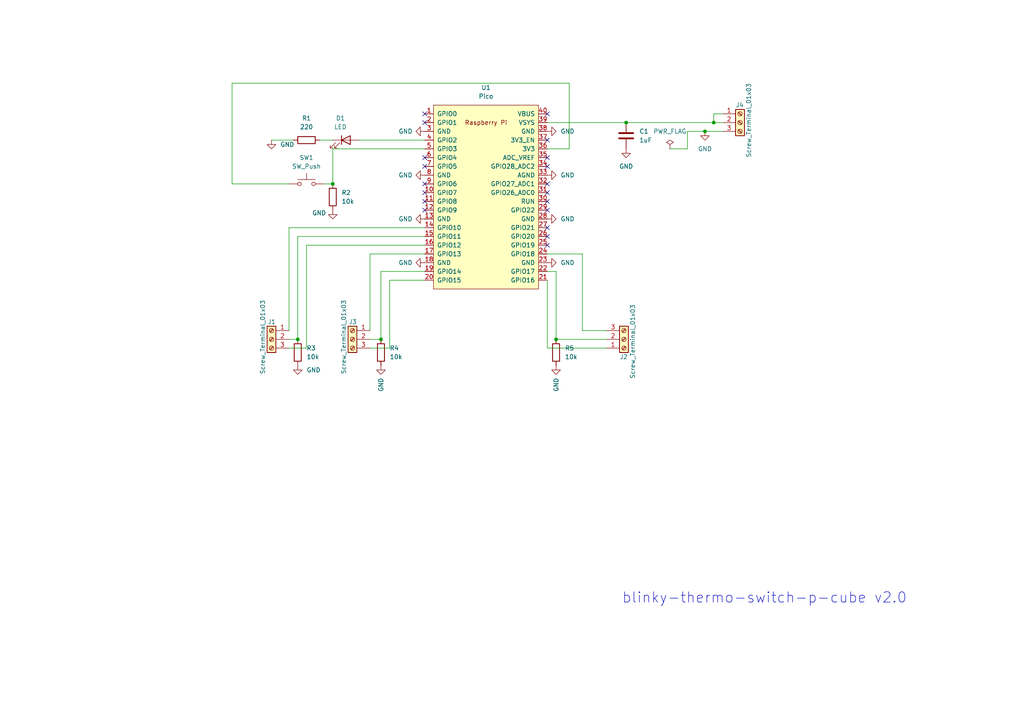
<source format=kicad_sch>
(kicad_sch (version 20230121) (generator eeschema)
  (paper "A4")
  (lib_symbols
    (symbol "Connector:Screw_Terminal_01x03" (pin_names (offset 1.016) hide)
      (property "Reference" "J" (at 0 5.08 0))
      (property "Value" "Screw_Terminal_01x03" (at 0 -5.08 0))
      (symbol "Screw_Terminal_01x03_1_1"
        (rectangle (start -1.27 3.81) (end 1.27 -3.81) (stroke (width 0.254)) (fill (type background)))
        (circle (center 0 -2.54) (radius 0.635) (stroke (width 0.1524)))
        (polyline (pts (xy -0.5334 -2.2098) (xy 0.3302 -3.048)) (stroke (width 0.1524)))
        (polyline (pts (xy -0.5334 0.3302) (xy 0.3302 -0.508)) (stroke (width 0.1524)))
        (polyline (pts (xy -0.5334 2.8702) (xy 0.3302 2.032)) (stroke (width 0.1524)))
        (polyline (pts (xy -0.3556 -2.032) (xy 0.508 -2.8702)) (stroke (width 0.1524)))
        (polyline (pts (xy -0.3556 0.508) (xy 0.508 -0.3302)) (stroke (width 0.1524)))
        (polyline (pts (xy -0.3556 3.048) (xy 0.508 2.2098)) (stroke (width 0.1524)))
        (circle (center 0 0) (radius 0.635) (stroke (width 0.1524)))
        (circle (center 0 2.54) (radius 0.635) (stroke (width 0.1524)))
        (pin passive line (at -5.08 2.54 0) (length 3.81) (name "Pin_1") (number "1"))
        (pin passive line (at -5.08 0 0) (length 3.81) (name "Pin_2") (number "2"))
        (pin passive line (at -5.08 -2.54 0) (length 3.81) (name "Pin_3") (number "3"))
      )
    )
    (symbol "Device:C" (pin_numbers hide) (pin_names (offset 0.254))
      (property "Reference" "C" (at 0.635 2.54 0))
      (property "Value" "C" (at 0.635 -2.54 0))
      (symbol "C_0_1"
        (polyline (pts (xy -2.032 -0.762) (xy 2.032 -0.762)) (stroke (width 0.508)))
        (polyline (pts (xy -2.032 0.762) (xy 2.032 0.762)) (stroke (width 0.508)))
      )
      (symbol "C_1_1"
        (pin passive line (at 0 3.81 270) (length 2.794) (name "~") (number "1"))
        (pin passive line (at 0 -3.81 90) (length 2.794) (name "~") (number "2"))
      )
    )
    (symbol "Device:LED" (pin_numbers hide) (pin_names (offset 1.016) hide)
      (property "Reference" "D" (at 0 2.54 0))
      (property "Value" "LED" (at 0 -2.54 0))
      (symbol "LED_0_1"
        (polyline (pts (xy -1.27 -1.27) (xy -1.27 1.27)) (stroke (width 0.254)))
        (polyline (pts (xy -1.27 0) (xy 1.27 0)))
        (polyline (pts (xy 1.27 -1.27) (xy 1.27 1.27) (xy -1.27 0) (xy 1.27 -1.27)) (stroke (width 0.254)))
        (polyline (pts (xy -3.048 -0.762) (xy -4.572 -2.286) (xy -3.81 -2.286) (xy -4.572 -2.286) (xy -4.572 -1.524)))
        (polyline (pts (xy -1.778 -0.762) (xy -3.302 -2.286) (xy -2.54 -2.286) (xy -3.302 -2.286) (xy -3.302 -1.524)))
      )
      (symbol "LED_1_1"
        (pin passive line (at -3.81 0 0) (length 2.54) (name "K") (number "1"))
        (pin passive line (at 3.81 0 180) (length 2.54) (name "A") (number "2"))
      )
    )
    (symbol "Device:R" (pin_numbers hide) (pin_names (offset 0))
      (property "Reference" "R" (at 2.032 0 90))
      (property "Value" "R" (at 0 0 90))
      (symbol "R_0_1"
        (rectangle (start -1.016 -2.54) (end 1.016 2.54) (stroke (width 0.254)))
      )
      (symbol "R_1_1"
        (pin passive line (at 0 3.81 270) (length 1.27) (name "~") (number "1"))
        (pin passive line (at 0 -3.81 90) (length 1.27) (name "~") (number "2"))
      )
    )
    (symbol "GND_1" (power) (pin_names (offset 0))
      (property "Value" "GND_1" (at 0 -3.81 0))
      (symbol "GND_1_0_1"
        (polyline (pts (xy 0 0) (xy 0 -1.27) (xy 1.27 -1.27) (xy 0 -2.54) (xy -1.27 -1.27) (xy 0 -1.27)))
      )
      (symbol "GND_1_1_1"
        (pin power_in line (at 0 0 270) (length 0) hide (name "GND") (number "1"))
      )
    )
    (symbol "MCU_RaspberryPi_and_Boards:Pico" (pin_names (offset 1.016))
      (property "Reference" "U1" (at 0 31.75 0))
      (property "Value" "Pico" (at 0 29.21 0))
      (symbol "Pico_0_0"
        (text "Raspberry Pi" (at 0 21.59 0) (effects (font (size 1.27 1.27))))
      )
      (symbol "Pico_0_1"
        (rectangle (start -15.24 26.67) (end 15.24 -26.67) (fill (type background)))
      )
      (symbol "Pico_1_1"
        (pin bidirectional line (at -17.78 24.13 0) (length 2.54) (name "GPIO0") (number "1"))
        (pin bidirectional line (at -17.78 1.27 0) (length 2.54) (name "GPIO7") (number "10"))
        (pin bidirectional line (at -17.78 -1.27 0) (length 2.54) (name "GPIO8") (number "11"))
        (pin bidirectional line (at -17.78 -3.81 0) (length 2.54) (name "GPIO9") (number "12"))
        (pin power_in line (at -17.78 -6.35 0) (length 2.54) (name "GND") (number "13"))
        (pin bidirectional line (at -17.78 -8.89 0) (length 2.54) (name "GPIO10") (number "14"))
        (pin bidirectional line (at -17.78 -11.43 0) (length 2.54) (name "GPIO11") (number "15"))
        (pin bidirectional line (at -17.78 -13.97 0) (length 2.54) (name "GPIO12") (number "16"))
        (pin bidirectional line (at -17.78 -16.51 0) (length 2.54) (name "GPIO13") (number "17"))
        (pin power_in line (at -17.78 -19.05 0) (length 2.54) (name "GND") (number "18"))
        (pin bidirectional line (at -17.78 -21.59 0) (length 2.54) (name "GPIO14") (number "19"))
        (pin bidirectional line (at -17.78 21.59 0) (length 2.54) (name "GPIO1") (number "2"))
        (pin bidirectional line (at -17.78 -24.13 0) (length 2.54) (name "GPIO15") (number "20"))
        (pin bidirectional line (at 17.78 -24.13 180) (length 2.54) (name "GPIO16") (number "21"))
        (pin bidirectional line (at 17.78 -21.59 180) (length 2.54) (name "GPIO17") (number "22"))
        (pin power_in line (at 17.78 -19.05 180) (length 2.54) (name "GND") (number "23"))
        (pin bidirectional line (at 17.78 -16.51 180) (length 2.54) (name "GPIO18") (number "24"))
        (pin bidirectional line (at 17.78 -13.97 180) (length 2.54) (name "GPIO19") (number "25"))
        (pin bidirectional line (at 17.78 -11.43 180) (length 2.54) (name "GPIO20") (number "26"))
        (pin bidirectional line (at 17.78 -8.89 180) (length 2.54) (name "GPIO21") (number "27"))
        (pin power_in line (at 17.78 -6.35 180) (length 2.54) (name "GND") (number "28"))
        (pin bidirectional line (at 17.78 -3.81 180) (length 2.54) (name "GPIO22") (number "29"))
        (pin power_in line (at -17.78 19.05 0) (length 2.54) (name "GND") (number "3"))
        (pin input line (at 17.78 -1.27 180) (length 2.54) (name "RUN") (number "30"))
        (pin bidirectional line (at 17.78 1.27 180) (length 2.54) (name "GPIO26_ADC0") (number "31"))
        (pin bidirectional line (at 17.78 3.81 180) (length 2.54) (name "GPIO27_ADC1") (number "32"))
        (pin power_in line (at 17.78 6.35 180) (length 2.54) (name "AGND") (number "33"))
        (pin bidirectional line (at 17.78 8.89 180) (length 2.54) (name "GPIO28_ADC2") (number "34"))
        (pin input line (at 17.78 11.43 180) (length 2.54) (name "ADC_VREF") (number "35"))
        (pin output line (at 17.78 13.97 180) (length 2.54) (name "3V3") (number "36"))
        (pin input line (at 17.78 16.51 180) (length 2.54) (name "3V3_EN") (number "37"))
        (pin bidirectional line (at 17.78 19.05 180) (length 2.54) (name "GND") (number "38"))
        (pin output line (at 17.78 21.59 180) (length 2.54) (name "VSYS") (number "39"))
        (pin bidirectional line (at -17.78 16.51 0) (length 2.54) (name "GPIO2") (number "4"))
        (pin power_in line (at 17.78 24.13 180) (length 2.54) (name "VBUS") (number "40"))
        (pin bidirectional line (at -17.78 13.97 0) (length 2.54) (name "GPIO3") (number "5"))
        (pin bidirectional line (at -17.78 11.43 0) (length 2.54) (name "GPIO4") (number "6"))
        (pin bidirectional line (at -17.78 8.89 0) (length 2.54) (name "GPIO5") (number "7"))
        (pin power_in line (at -17.78 6.35 0) (length 2.54) (name "GND") (number "8"))
        (pin bidirectional line (at -17.78 3.81 0) (length 2.54) (name "GPIO6") (number "9"))
      )
    )
    (symbol "PWR_FLAG_1" (power) (pin_numbers hide) (pin_names (offset 0) hide)
      (property "Value" "PWR_FLAG_1" (at 0 3.81 0))
      (symbol "PWR_FLAG_1_0_0"
        (pin power_out line (at 0 0 90) (length 0) (name "pwr") (number "1"))
      )
      (symbol "PWR_FLAG_1_0_1"
        (polyline (pts (xy 0 0) (xy 0 1.27) (xy -1.016 1.905) (xy 0 2.54) (xy 1.016 1.905) (xy 0 1.27)))
      )
    )
    (symbol "Switch:SW_Push" (pin_numbers hide) (pin_names (offset 1.016) hide)
      (property "Reference" "SW" (at 1.27 2.54 0))
      (property "Value" "SW_Push" (at 0 -1.524 0))
      (symbol "SW_Push_0_1"
        (circle (center -2.032 0) (radius 0.508))
        (polyline (pts (xy 0 1.27) (xy 0 3.048)))
        (polyline (pts (xy 2.54 1.27) (xy -2.54 1.27)))
        (circle (center 2.032 0) (radius 0.508))
        (pin passive line (at -5.08 0 0) (length 2.54) (name "1") (number "1"))
        (pin passive line (at 5.08 0 180) (length 2.54) (name "2") (number "2"))
      )
    )
    (symbol "power:GND" (power) (pin_names (offset 0))
      (property "Value" "GND" (at 0 -3.81 0))
      (symbol "GND_0_1"
        (polyline (pts (xy 0 0) (xy 0 -1.27) (xy 1.27 -1.27) (xy 0 -2.54) (xy -1.27 -1.27) (xy 0 -1.27)))
      )
      (symbol "GND_1_1"
        (pin power_in line (at 0 0 270) (length 0) hide (name "GND") (number "1"))
      )
    )
  )
  (junction (at 96.52 53.34))
  (junction (at 110.49 98.425))
  (junction (at 207.01 35.56))
  (junction (at 161.29 98.425))
  (junction (at 204.47 38.1))
  (junction (at 181.61 35.56))
  (junction (at 86.36 98.425))
  (no_connect (at 123.19 33.02))
  (no_connect (at 158.75 55.88))
  (no_connect (at 158.75 53.34))
  (no_connect (at 158.75 60.96))
  (no_connect (at 123.19 45.72))
  (no_connect (at 158.75 33.02))
  (no_connect (at 158.75 45.72))
  (no_connect (at 158.75 58.42))
  (no_connect (at 123.19 48.26))
  (no_connect (at 158.75 66.04))
  (no_connect (at 123.19 55.88))
  (no_connect (at 123.19 53.34))
  (no_connect (at 123.19 58.42))
  (no_connect (at 158.75 48.26))
  (no_connect (at 123.19 60.96))
  (no_connect (at 158.75 71.12))
  (no_connect (at 123.19 35.56))
  (no_connect (at 158.75 68.58))
  (no_connect (at 158.75 40.64))
  (wire (pts (xy 158.75 35.56) (xy 181.61 35.56)))
  (wire (pts (xy 161.29 98.425) (xy 175.895 98.425)))
  (wire (pts (xy 204.47 38.1) (xy 199.39 38.1)))
  (wire (pts (xy 88.9 71.12) (xy 88.9 100.965)))
  (wire (pts (xy 83.82 98.425) (xy 86.36 98.425)))
  (wire (pts (xy 113.03 100.965) (xy 107.315 100.965)))
  (wire (pts (xy 67.31 53.34) (xy 67.31 24.13)))
  (wire (pts (xy 83.82 66.04) (xy 123.19 66.04)))
  (wire (pts (xy 158.75 100.965) (xy 158.75 81.28)))
  (wire (pts (xy 181.61 35.56) (xy 207.01 35.56)))
  (wire (pts (xy 168.91 73.66) (xy 168.91 95.885)))
  (wire (pts (xy 88.9 100.965) (xy 83.82 100.965)))
  (wire (pts (xy 158.75 73.66) (xy 168.91 73.66)))
  (wire (pts (xy 158.75 43.18) (xy 165.1 43.18)))
  (wire (pts (xy 110.49 98.425) (xy 107.315 98.425)))
  (wire (pts (xy 92.71 40.64) (xy 96.52 40.64)))
  (wire (pts (xy 123.19 71.12) (xy 88.9 71.12)))
  (wire (pts (xy 96.52 43.18) (xy 96.52 53.34)))
  (wire (pts (xy 78.74 40.64) (xy 85.09 40.64)))
  (wire (pts (xy 86.36 68.58) (xy 123.19 68.58)))
  (wire (pts (xy 123.19 73.66) (xy 107.315 73.66)))
  (wire (pts (xy 110.49 78.74) (xy 110.49 98.425)))
  (wire (pts (xy 104.14 40.64) (xy 123.19 40.64)))
  (wire (pts (xy 113.03 81.28) (xy 113.03 100.965)))
  (wire (pts (xy 207.01 35.56) (xy 209.55 35.56)))
  (wire (pts (xy 158.75 78.74) (xy 161.29 78.74)))
  (wire (pts (xy 83.82 95.885) (xy 83.82 66.04)))
  (wire (pts (xy 86.36 98.425) (xy 86.36 68.58)))
  (wire (pts (xy 93.98 53.34) (xy 96.52 53.34)))
  (wire (pts (xy 107.315 73.66) (xy 107.315 95.885)))
  (wire (pts (xy 83.82 53.34) (xy 67.31 53.34)))
  (wire (pts (xy 123.19 43.18) (xy 96.52 43.18)))
  (wire (pts (xy 209.55 33.02) (xy 207.01 33.02)))
  (wire (pts (xy 199.39 43.18) (xy 194.31 43.18)))
  (wire (pts (xy 207.01 33.02) (xy 207.01 35.56)))
  (wire (pts (xy 199.39 38.1) (xy 199.39 43.18)))
  (wire (pts (xy 165.1 43.18) (xy 165.1 24.13)))
  (wire (pts (xy 168.91 95.885) (xy 175.895 95.885)))
  (wire (pts (xy 175.895 100.965) (xy 158.75 100.965)))
  (wire (pts (xy 123.19 78.74) (xy 110.49 78.74)))
  (wire (pts (xy 165.1 24.13) (xy 67.31 24.13)))
  (wire (pts (xy 123.19 81.28) (xy 113.03 81.28)))
  (wire (pts (xy 161.29 78.74) (xy 161.29 98.425)))
  (wire (pts (xy 204.47 38.1) (xy 209.55 38.1)))
  (text "blinky-thermo-switch-p-cube v2.0" (at 180.34 175.26 0) (effects (font (size 3 3)) (justify left bottom)))
  (symbol (lib_id "power:GND") (at 123.19 38.1 270) (unit 1)
    (property "Reference" "#PWR04" (effects hide))
    (property "Value" "GND" (at 115.57 38.1 90) (effects (justify left)))
  )
  (symbol (lib_id "Device:R") (at 96.52 57.15 0) (unit 1)
    (property "Reference" "R2" (at 99.06 55.8799 0) (effects (justify left)))
    (property "Value" "10k" (at 99.06 58.4199 0) (effects (justify left)))
    (property "Footprint" "Resistor_SMD:R_1206_3216Metric_Pad1.30x1.75mm_HandSolder" (effects hide))
  )
  (symbol (lib_id "Device:C") (at 181.61 39.37 0) (unit 1)
    (property "Reference" "C1" (at 185.42 38.0999 0) (effects (justify left)))
    (property "Value" "1uF" (at 185.42 40.6399 0) (effects (justify left)))
    (property "Footprint" "Capacitor_SMD:C_1206_3216Metric_Pad1.33x1.80mm_HandSolder" (effects hide))
  )
  (symbol (lib_id "MCU_RaspberryPi_and_Boards:Pico") (at 140.97 57.15 0) (unit 1)
    (property "Reference" "U1" (at 140.97 25.4 0))
    (property "Value" "Pico" (at 140.97 27.94 0))
    (property "Footprint" "MCU_RaspberryPi_and_Boards:RPi_Pico_SMD_TH" (effects hide))
  )
  (symbol (lib_id "power:GND") (at 158.75 50.8 90) (unit 1)
    (property "Reference" "#PWR010" (effects hide))
    (property "Value" "GND" (at 162.56 50.7999 90) (effects (justify right)))
  )
  (symbol (lib_id "power:GND") (at 78.74 40.64 0) (unit 1)
    (property "Reference" "#PWR01" (effects hide))
    (property "Value" "GND" (at 81.28 41.9099 0) (effects (justify left)))
  )
  (symbol (lib_id "power:GND") (at 123.19 50.8 270) (unit 1)
    (property "Reference" "#PWR05" (effects hide))
    (property "Value" "GND" (at 115.57 50.8 90) (effects (justify left)))
  )
  (symbol (lib_id "Device:R") (at 161.29 102.235 0) (mirror y) (unit 1)
    (property "Reference" "R5" (at 163.83 100.965 0) (effects (justify right)))
    (property "Value" "10k" (at 163.83 103.505 0) (effects (justify right)))
    (property "Footprint" "Resistor_SMD:R_1206_3216Metric_Pad1.30x1.75mm_HandSolder" (effects hide))
  )
  (symbol (lib_id "power:GND") (at 123.19 76.2 270) (unit 1)
    (property "Reference" "#PWR07" (effects hide))
    (property "Value" "GND" (at 115.57 76.2 90) (effects (justify left)))
  )
  (symbol (lib_name "GND_1") (lib_id "power:GND") (at 86.36 106.045 0) (unit 1)
    (property "Reference" "#PWR03" (effects hide))
    (property "Value" "GND" (at 88.9 107.315 0) (effects (justify left)))
  )
  (symbol (lib_id "power:GND") (at 123.19 63.5 270) (unit 1)
    (property "Reference" "#PWR06" (effects hide))
    (property "Value" "GND" (at 115.57 63.5 90) (effects (justify left)))
  )
  (symbol (lib_id "Device:R") (at 88.9 40.64 90) (unit 1)
    (property "Reference" "R1" (at 88.9 34.29 90))
    (property "Value" "220" (at 88.9 36.83 90))
    (property "Footprint" "Resistor_SMD:R_1206_3216Metric_Pad1.30x1.75mm_HandSolder" (effects hide))
  )
  (symbol (lib_name "GND_1") (lib_id "power:GND") (at 110.49 106.045 0) (mirror y) (unit 1)
    (property "Reference" "#PWR08" (effects hide))
    (property "Value" "GND" (at 110.49 113.665 90) (effects (justify left)))
  )
  (symbol (lib_id "Switch:SW_Push") (at 88.9 53.34 0) (unit 1)
    (property "Reference" "SW1" (at 88.9 45.72 0))
    (property "Value" "SW_Push" (at 88.9 48.26 0))
    (property "Footprint" "Button_Switch_THT:SW_PUSH_6mm" (effects hide))
  )
  (symbol (lib_id "power:GND") (at 181.61 43.18 0) (unit 1)
    (property "Reference" "#PWR014" (effects hide))
    (property "Value" "GND" (at 181.61 48.26 0))
  )
  (symbol (lib_id "Device:R") (at 86.36 102.235 0) (unit 1)
    (property "Reference" "R3" (at 88.9 100.965 0) (effects (justify left)))
    (property "Value" "10k" (at 88.9 103.505 0) (effects (justify left)))
    (property "Footprint" "Resistor_SMD:R_1206_3216Metric_Pad1.30x1.75mm_HandSolder" (effects hide))
  )
  (symbol (lib_name "PWR_FLAG_1") (lib_id "power:PWR_FLAG") (at 194.31 43.18 0) (unit 1)
    (property "Reference" "#FLG01" (effects hide))
    (property "Value" "PWR_FLAG" (at 194.31 38.1 0))
  )
  (symbol (lib_id "power:GND") (at 158.75 38.1 90) (unit 1)
    (property "Reference" "#PWR09" (effects hide))
    (property "Value" "GND" (at 162.56 38.0999 90) (effects (justify right)))
  )
  (symbol (lib_id "Connector:Screw_Terminal_01x03") (at 78.74 98.425 0) (mirror y) (unit 1)
    (property "Reference" "J1" (at 80.01 93.345 0) (effects (justify left)))
    (property "Value" "Screw_Terminal_01x03" (at 76.2 108.585 90) (effects (justify left)))
    (property "Footprint" "TerminalBlock:TerminalBlock_bornier-3_P5.08mm" (effects hide))
  )
  (symbol (lib_id "power:GND") (at 96.52 60.96 0) (unit 1)
    (property "Reference" "#PWR02" (effects hide))
    (property "Value" "GND" (at 92.5576 61.7728 0))
  )
  (symbol (lib_id "Connector:Screw_Terminal_01x03") (at 180.975 98.425 0) (mirror x) (unit 1)
    (property "Reference" "J2" (at 179.705 103.505 0) (effects (justify left)))
    (property "Value" "Screw_Terminal_01x03" (at 183.515 88.265 90) (effects (justify left)))
    (property "Footprint" "TerminalBlock:TerminalBlock_bornier-3_P5.08mm" (effects hide))
  )
  (symbol (lib_id "power:GND") (at 158.75 63.5 90) (unit 1)
    (property "Reference" "#PWR011" (effects hide))
    (property "Value" "GND" (at 162.56 63.4999 90) (effects (justify right)))
  )
  (symbol (lib_id "Device:R") (at 110.49 102.235 0) (mirror y) (unit 1)
    (property "Reference" "R4" (at 113.03 100.965 0) (effects (justify right)))
    (property "Value" "10k" (at 113.03 103.505 0) (effects (justify right)))
    (property "Footprint" "Resistor_SMD:R_1206_3216Metric_Pad1.30x1.75mm_HandSolder" (effects hide))
  )
  (symbol (lib_id "Connector:Screw_Terminal_01x03") (at 102.235 98.425 0) (mirror y) (unit 1)
    (property "Reference" "J3" (at 103.505 93.345 0) (effects (justify left)))
    (property "Value" "Screw_Terminal_01x03" (at 99.695 108.585 90) (effects (justify left)))
    (property "Footprint" "TerminalBlock:TerminalBlock_bornier-3_P5.08mm" (effects hide))
  )
  (symbol (lib_name "GND_1") (lib_id "power:GND") (at 161.29 106.045 0) (mirror y) (unit 1)
    (property "Reference" "#PWR013" (effects hide))
    (property "Value" "GND" (at 161.29 113.665 90) (effects (justify left)))
  )
  (symbol (lib_id "power:GND") (at 158.75 76.2 90) (unit 1)
    (property "Reference" "#PWR012" (effects hide))
    (property "Value" "GND" (at 162.56 76.1999 90) (effects (justify right)))
  )
  (symbol (lib_id "Device:LED") (at 100.33 40.64 0) (unit 1)
    (property "Reference" "D1" (at 98.7425 34.29 0))
    (property "Value" "LED" (at 98.7425 36.83 0))
    (property "Footprint" "LED_THT:LED_D5.0mm" (effects hide))
  )
  (symbol (lib_id "Connector:Screw_Terminal_01x03") (at 214.63 35.56 0) (unit 1)
    (property "Reference" "J4" (at 213.36 30.48 0) (effects (justify left)))
    (property "Value" "Screw_Terminal_01x03" (at 217.17 45.72 90) (effects (justify left)))
    (property "Footprint" "TerminalBlock:TerminalBlock_bornier-3_P5.08mm" (effects hide))
  )
  (symbol (lib_id "power:GND") (at 204.47 38.1 0) (unit 1)
    (property "Reference" "#PWR015" (effects hide))
    (property "Value" "GND" (at 204.47 43.18 0))
  )
)
</source>
